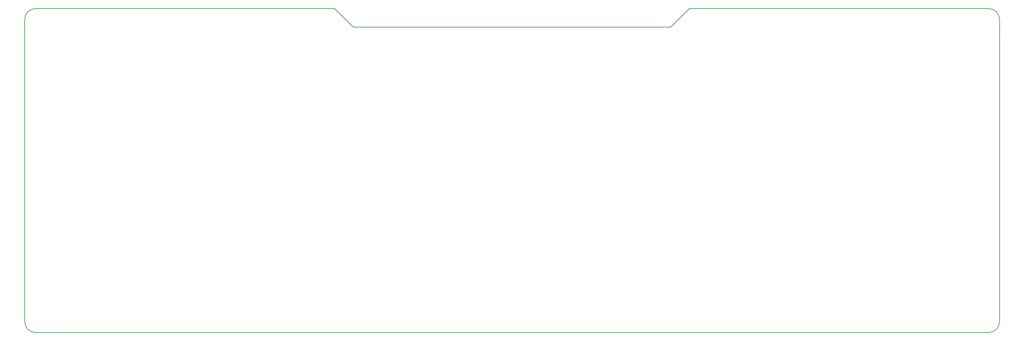
<source format=gm1>
G04 #@! TF.FileFunction,Profile,NP*
%FSLAX46Y46*%
G04 Gerber Fmt 4.6, Leading zero omitted, Abs format (unit mm)*
G04 Created by KiCad (PCBNEW 4.0.4-stable) date Wednesday, 23 November 2016 'AMt' 09:19:53 AM*
%MOMM*%
%LPD*%
G01*
G04 APERTURE LIST*
%ADD10C,0.100000*%
%ADD11C,0.150000*%
G04 APERTURE END LIST*
D10*
D11*
X275000000Y-136000000D02*
X20000000Y-136000000D01*
X17000000Y-133000000D02*
G75*
G03X20000000Y-136000000I3000000J0D01*
G01*
X17000000Y-52000000D02*
X17000000Y-133000000D01*
X275000000Y-136000000D02*
G75*
G03X278000000Y-133000000I0J3000000D01*
G01*
X278000000Y-52000000D02*
X278000000Y-133000000D01*
X195000000Y-49000000D02*
X190000000Y-54000000D01*
X275000000Y-49000000D02*
X195000000Y-49000000D01*
X278000000Y-52000000D02*
G75*
G03X275000000Y-49000000I-3000000J0D01*
G01*
X105000000Y-54000000D02*
X190000000Y-54000000D01*
X100000000Y-49000000D02*
X105000000Y-54000000D01*
X20000000Y-49000000D02*
X100000000Y-49000000D01*
X20000000Y-49000000D02*
G75*
G03X17000000Y-52000000I0J-3000000D01*
G01*
M02*

</source>
